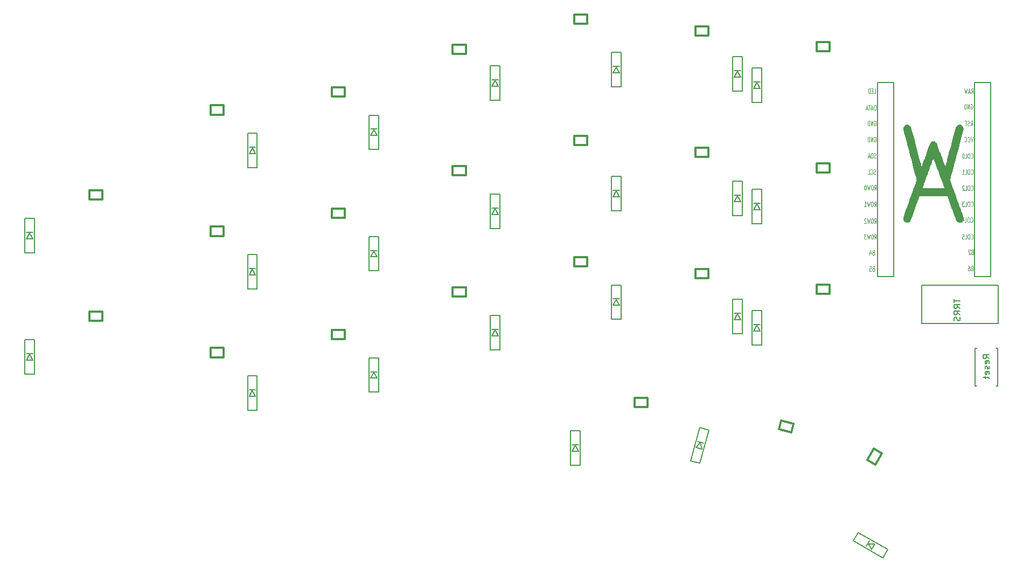
<source format=gbo>
%TF.GenerationSoftware,KiCad,Pcbnew,(6.0.0)*%
%TF.CreationDate,2022-01-01T14:12:31+04:00*%
%TF.ProjectId,Angel Wings FINAL,416e6765-6c20-4576-996e-67732046494e,rev?*%
%TF.SameCoordinates,Original*%
%TF.FileFunction,Legend,Bot*%
%TF.FilePolarity,Positive*%
%FSLAX46Y46*%
G04 Gerber Fmt 4.6, Leading zero omitted, Abs format (unit mm)*
G04 Created by KiCad (PCBNEW (6.0.0)) date 2022-01-01 14:12:31*
%MOMM*%
%LPD*%
G01*
G04 APERTURE LIST*
%ADD10C,0.150000*%
%ADD11C,0.125000*%
%ADD12C,0.300000*%
G04 APERTURE END LIST*
D10*
%TO.C,RSW1*%
X212832718Y-117330406D02*
X212356528Y-116997073D01*
X212832718Y-116758978D02*
X211832718Y-116758978D01*
X211832718Y-117139930D01*
X211880338Y-117235168D01*
X211927957Y-117282787D01*
X212023195Y-117330406D01*
X212166052Y-117330406D01*
X212261290Y-117282787D01*
X212308909Y-117235168D01*
X212356528Y-117139930D01*
X212356528Y-116758978D01*
X212785099Y-118139930D02*
X212832718Y-118044692D01*
X212832718Y-117854216D01*
X212785099Y-117758978D01*
X212689861Y-117711359D01*
X212308909Y-117711359D01*
X212213671Y-117758978D01*
X212166052Y-117854216D01*
X212166052Y-118044692D01*
X212213671Y-118139930D01*
X212308909Y-118187549D01*
X212404147Y-118187549D01*
X212499385Y-117711359D01*
X212785099Y-118568502D02*
X212832718Y-118663740D01*
X212832718Y-118854216D01*
X212785099Y-118949454D01*
X212689861Y-118997073D01*
X212642242Y-118997073D01*
X212547004Y-118949454D01*
X212499385Y-118854216D01*
X212499385Y-118711359D01*
X212451766Y-118616121D01*
X212356528Y-118568502D01*
X212308909Y-118568502D01*
X212213671Y-118616121D01*
X212166052Y-118711359D01*
X212166052Y-118854216D01*
X212213671Y-118949454D01*
X212785099Y-119806597D02*
X212832718Y-119711359D01*
X212832718Y-119520882D01*
X212785099Y-119425644D01*
X212689861Y-119378025D01*
X212308909Y-119378025D01*
X212213671Y-119425644D01*
X212166052Y-119520882D01*
X212166052Y-119711359D01*
X212213671Y-119806597D01*
X212308909Y-119854216D01*
X212404147Y-119854216D01*
X212499385Y-119378025D01*
X212166052Y-120139930D02*
X212166052Y-120520882D01*
X211832718Y-120282787D02*
X212689861Y-120282787D01*
X212785099Y-120330406D01*
X212832718Y-120425644D01*
X212832718Y-120520882D01*
D11*
%TO.C,U1*%
X194973230Y-78337872D02*
X194973230Y-77587872D01*
X194854182Y-77587872D01*
X194782753Y-77623587D01*
X194735134Y-77695015D01*
X194711325Y-77766444D01*
X194687515Y-77909301D01*
X194687515Y-78016444D01*
X194711325Y-78159301D01*
X194735134Y-78230729D01*
X194782753Y-78302158D01*
X194854182Y-78337872D01*
X194973230Y-78337872D01*
X194497039Y-78123587D02*
X194258944Y-78123587D01*
X194544658Y-78337872D02*
X194377991Y-77587872D01*
X194211325Y-78337872D01*
X194116087Y-77587872D02*
X193830372Y-77587872D01*
X193973230Y-78337872D02*
X193973230Y-77587872D01*
X193687515Y-78123587D02*
X193449420Y-78123587D01*
X193735134Y-78337872D02*
X193568468Y-77587872D01*
X193401801Y-78337872D01*
X209931682Y-77455587D02*
X209979301Y-77419872D01*
X210050730Y-77419872D01*
X210122158Y-77455587D01*
X210169777Y-77527015D01*
X210193587Y-77598444D01*
X210217396Y-77741301D01*
X210217396Y-77848444D01*
X210193587Y-77991301D01*
X210169777Y-78062729D01*
X210122158Y-78134158D01*
X210050730Y-78169872D01*
X210003110Y-78169872D01*
X209931682Y-78134158D01*
X209907872Y-78098444D01*
X209907872Y-77848444D01*
X210003110Y-77848444D01*
X209693587Y-78169872D02*
X209693587Y-77419872D01*
X209407872Y-78169872D01*
X209407872Y-77419872D01*
X209169777Y-78169872D02*
X209169777Y-77419872D01*
X209050730Y-77419872D01*
X208979301Y-77455587D01*
X208931682Y-77527015D01*
X208907872Y-77598444D01*
X208884063Y-77741301D01*
X208884063Y-77848444D01*
X208907872Y-77991301D01*
X208931682Y-78062729D01*
X208979301Y-78134158D01*
X209050730Y-78169872D01*
X209169777Y-78169872D01*
X210070610Y-103177015D02*
X209999182Y-103212729D01*
X209975372Y-103248444D01*
X209951563Y-103319872D01*
X209951563Y-103427015D01*
X209975372Y-103498444D01*
X209999182Y-103534158D01*
X210046801Y-103569872D01*
X210237277Y-103569872D01*
X210237277Y-102819872D01*
X210070610Y-102819872D01*
X210022991Y-102855587D01*
X209999182Y-102891301D01*
X209975372Y-102962729D01*
X209975372Y-103034158D01*
X209999182Y-103105587D01*
X210022991Y-103141301D01*
X210070610Y-103177015D01*
X210237277Y-103177015D01*
X209522991Y-102819872D02*
X209618230Y-102819872D01*
X209665849Y-102855587D01*
X209689658Y-102891301D01*
X209737277Y-102998444D01*
X209761087Y-103141301D01*
X209761087Y-103427015D01*
X209737277Y-103498444D01*
X209713468Y-103534158D01*
X209665849Y-103569872D01*
X209570610Y-103569872D01*
X209522991Y-103534158D01*
X209499182Y-103498444D01*
X209475372Y-103427015D01*
X209475372Y-103248444D01*
X209499182Y-103177015D01*
X209522991Y-103141301D01*
X209570610Y-103105587D01*
X209665849Y-103105587D01*
X209713468Y-103141301D01*
X209737277Y-103177015D01*
X209761087Y-103248444D01*
X209970849Y-98516444D02*
X209994658Y-98552158D01*
X210066087Y-98587872D01*
X210113706Y-98587872D01*
X210185134Y-98552158D01*
X210232753Y-98480729D01*
X210256563Y-98409301D01*
X210280372Y-98266444D01*
X210280372Y-98159301D01*
X210256563Y-98016444D01*
X210232753Y-97945015D01*
X210185134Y-97873587D01*
X210113706Y-97837872D01*
X210066087Y-97837872D01*
X209994658Y-97873587D01*
X209970849Y-97909301D01*
X209661325Y-97837872D02*
X209566087Y-97837872D01*
X209518468Y-97873587D01*
X209470849Y-97945015D01*
X209447039Y-98087872D01*
X209447039Y-98337872D01*
X209470849Y-98480729D01*
X209518468Y-98552158D01*
X209566087Y-98587872D01*
X209661325Y-98587872D01*
X209708944Y-98552158D01*
X209756563Y-98480729D01*
X209780372Y-98337872D01*
X209780372Y-98087872D01*
X209756563Y-97945015D01*
X209708944Y-97873587D01*
X209661325Y-97837872D01*
X208994658Y-98587872D02*
X209232753Y-98587872D01*
X209232753Y-97837872D01*
X208589896Y-97837872D02*
X208827991Y-97837872D01*
X208851801Y-98195015D01*
X208827991Y-98159301D01*
X208780372Y-98123587D01*
X208661325Y-98123587D01*
X208613706Y-98159301D01*
X208589896Y-98195015D01*
X208566087Y-98266444D01*
X208566087Y-98445015D01*
X208589896Y-98516444D01*
X208613706Y-98552158D01*
X208661325Y-98587872D01*
X208780372Y-98587872D01*
X208827991Y-98552158D01*
X208851801Y-98516444D01*
X210134110Y-100573515D02*
X210062682Y-100609229D01*
X210038872Y-100644944D01*
X210015063Y-100716372D01*
X210015063Y-100823515D01*
X210038872Y-100894944D01*
X210062682Y-100930658D01*
X210110301Y-100966372D01*
X210300777Y-100966372D01*
X210300777Y-100216372D01*
X210134110Y-100216372D01*
X210086491Y-100252087D01*
X210062682Y-100287801D01*
X210038872Y-100359229D01*
X210038872Y-100430658D01*
X210062682Y-100502087D01*
X210086491Y-100537801D01*
X210134110Y-100573515D01*
X210300777Y-100573515D01*
X209824587Y-100287801D02*
X209800777Y-100252087D01*
X209753158Y-100216372D01*
X209634110Y-100216372D01*
X209586491Y-100252087D01*
X209562682Y-100287801D01*
X209538872Y-100359229D01*
X209538872Y-100430658D01*
X209562682Y-100537801D01*
X209848396Y-100966372D01*
X209538872Y-100966372D01*
X209970849Y-88321944D02*
X209994658Y-88357658D01*
X210066087Y-88393372D01*
X210113706Y-88393372D01*
X210185134Y-88357658D01*
X210232753Y-88286229D01*
X210256563Y-88214801D01*
X210280372Y-88071944D01*
X210280372Y-87964801D01*
X210256563Y-87821944D01*
X210232753Y-87750515D01*
X210185134Y-87679087D01*
X210113706Y-87643372D01*
X210066087Y-87643372D01*
X209994658Y-87679087D01*
X209970849Y-87714801D01*
X209661325Y-87643372D02*
X209566087Y-87643372D01*
X209518468Y-87679087D01*
X209470849Y-87750515D01*
X209447039Y-87893372D01*
X209447039Y-88143372D01*
X209470849Y-88286229D01*
X209518468Y-88357658D01*
X209566087Y-88393372D01*
X209661325Y-88393372D01*
X209708944Y-88357658D01*
X209756563Y-88286229D01*
X209780372Y-88143372D01*
X209780372Y-87893372D01*
X209756563Y-87750515D01*
X209708944Y-87679087D01*
X209661325Y-87643372D01*
X208994658Y-88393372D02*
X209232753Y-88393372D01*
X209232753Y-87643372D01*
X208566087Y-88393372D02*
X208851801Y-88393372D01*
X208708944Y-88393372D02*
X208708944Y-87643372D01*
X208756563Y-87750515D01*
X208804182Y-87821944D01*
X208851801Y-87857658D01*
X194754182Y-96076872D02*
X194920849Y-95719729D01*
X195039896Y-96076872D02*
X195039896Y-95326872D01*
X194849420Y-95326872D01*
X194801801Y-95362587D01*
X194777991Y-95398301D01*
X194754182Y-95469729D01*
X194754182Y-95576872D01*
X194777991Y-95648301D01*
X194801801Y-95684015D01*
X194849420Y-95719729D01*
X195039896Y-95719729D01*
X194444658Y-95326872D02*
X194349420Y-95326872D01*
X194301801Y-95362587D01*
X194254182Y-95434015D01*
X194230372Y-95576872D01*
X194230372Y-95826872D01*
X194254182Y-95969729D01*
X194301801Y-96041158D01*
X194349420Y-96076872D01*
X194444658Y-96076872D01*
X194492277Y-96041158D01*
X194539896Y-95969729D01*
X194563706Y-95826872D01*
X194563706Y-95576872D01*
X194539896Y-95434015D01*
X194492277Y-95362587D01*
X194444658Y-95326872D01*
X194063706Y-95326872D02*
X193944658Y-96076872D01*
X193849420Y-95541158D01*
X193754182Y-96076872D01*
X193635134Y-95326872D01*
X193468468Y-95398301D02*
X193444658Y-95362587D01*
X193397039Y-95326872D01*
X193277991Y-95326872D01*
X193230372Y-95362587D01*
X193206563Y-95398301D01*
X193182753Y-95469729D01*
X193182753Y-95541158D01*
X193206563Y-95648301D01*
X193492277Y-96076872D01*
X193182753Y-96076872D01*
X194754182Y-98587872D02*
X194920849Y-98230729D01*
X195039896Y-98587872D02*
X195039896Y-97837872D01*
X194849420Y-97837872D01*
X194801801Y-97873587D01*
X194777991Y-97909301D01*
X194754182Y-97980729D01*
X194754182Y-98087872D01*
X194777991Y-98159301D01*
X194801801Y-98195015D01*
X194849420Y-98230729D01*
X195039896Y-98230729D01*
X194444658Y-97837872D02*
X194349420Y-97837872D01*
X194301801Y-97873587D01*
X194254182Y-97945015D01*
X194230372Y-98087872D01*
X194230372Y-98337872D01*
X194254182Y-98480729D01*
X194301801Y-98552158D01*
X194349420Y-98587872D01*
X194444658Y-98587872D01*
X194492277Y-98552158D01*
X194539896Y-98480729D01*
X194563706Y-98337872D01*
X194563706Y-98087872D01*
X194539896Y-97945015D01*
X194492277Y-97873587D01*
X194444658Y-97837872D01*
X194063706Y-97837872D02*
X193944658Y-98587872D01*
X193849420Y-98052158D01*
X193754182Y-98587872D01*
X193635134Y-97837872D01*
X193492277Y-97837872D02*
X193182753Y-97837872D01*
X193349420Y-98123587D01*
X193277991Y-98123587D01*
X193230372Y-98159301D01*
X193206563Y-98195015D01*
X193182753Y-98266444D01*
X193182753Y-98445015D01*
X193206563Y-98516444D01*
X193230372Y-98552158D01*
X193277991Y-98587872D01*
X193420849Y-98587872D01*
X193468468Y-98552158D01*
X193492277Y-98516444D01*
X209970849Y-90866444D02*
X209994658Y-90902158D01*
X210066087Y-90937872D01*
X210113706Y-90937872D01*
X210185134Y-90902158D01*
X210232753Y-90830729D01*
X210256563Y-90759301D01*
X210280372Y-90616444D01*
X210280372Y-90509301D01*
X210256563Y-90366444D01*
X210232753Y-90295015D01*
X210185134Y-90223587D01*
X210113706Y-90187872D01*
X210066087Y-90187872D01*
X209994658Y-90223587D01*
X209970849Y-90259301D01*
X209661325Y-90187872D02*
X209566087Y-90187872D01*
X209518468Y-90223587D01*
X209470849Y-90295015D01*
X209447039Y-90437872D01*
X209447039Y-90687872D01*
X209470849Y-90830729D01*
X209518468Y-90902158D01*
X209566087Y-90937872D01*
X209661325Y-90937872D01*
X209708944Y-90902158D01*
X209756563Y-90830729D01*
X209780372Y-90687872D01*
X209780372Y-90437872D01*
X209756563Y-90295015D01*
X209708944Y-90223587D01*
X209661325Y-90187872D01*
X208994658Y-90937872D02*
X209232753Y-90937872D01*
X209232753Y-90187872D01*
X208851801Y-90259301D02*
X208827991Y-90223587D01*
X208780372Y-90187872D01*
X208661325Y-90187872D01*
X208613706Y-90223587D01*
X208589896Y-90259301D01*
X208566087Y-90330729D01*
X208566087Y-90402158D01*
X208589896Y-90509301D01*
X208875610Y-90937872D01*
X208566087Y-90937872D01*
X194754182Y-90869872D02*
X194920849Y-90512729D01*
X195039896Y-90869872D02*
X195039896Y-90119872D01*
X194849420Y-90119872D01*
X194801801Y-90155587D01*
X194777991Y-90191301D01*
X194754182Y-90262729D01*
X194754182Y-90369872D01*
X194777991Y-90441301D01*
X194801801Y-90477015D01*
X194849420Y-90512729D01*
X195039896Y-90512729D01*
X194444658Y-90119872D02*
X194349420Y-90119872D01*
X194301801Y-90155587D01*
X194254182Y-90227015D01*
X194230372Y-90369872D01*
X194230372Y-90619872D01*
X194254182Y-90762729D01*
X194301801Y-90834158D01*
X194349420Y-90869872D01*
X194444658Y-90869872D01*
X194492277Y-90834158D01*
X194539896Y-90762729D01*
X194563706Y-90619872D01*
X194563706Y-90369872D01*
X194539896Y-90227015D01*
X194492277Y-90155587D01*
X194444658Y-90119872D01*
X194063706Y-90119872D02*
X193944658Y-90869872D01*
X193849420Y-90334158D01*
X193754182Y-90869872D01*
X193635134Y-90119872D01*
X193349420Y-90119872D02*
X193301801Y-90119872D01*
X193254182Y-90155587D01*
X193230372Y-90191301D01*
X193206563Y-90262729D01*
X193182753Y-90405587D01*
X193182753Y-90584158D01*
X193206563Y-90727015D01*
X193230372Y-90798444D01*
X193254182Y-90834158D01*
X193301801Y-90869872D01*
X193349420Y-90869872D01*
X193397039Y-90834158D01*
X193420849Y-90798444D01*
X193444658Y-90727015D01*
X193468468Y-90584158D01*
X193468468Y-90405587D01*
X193444658Y-90262729D01*
X193420849Y-90191301D01*
X193397039Y-90155587D01*
X193349420Y-90119872D01*
X209959468Y-75693372D02*
X210126134Y-75336229D01*
X210245182Y-75693372D02*
X210245182Y-74943372D01*
X210054706Y-74943372D01*
X210007087Y-74979087D01*
X209983277Y-75014801D01*
X209959468Y-75086229D01*
X209959468Y-75193372D01*
X209983277Y-75264801D01*
X210007087Y-75300515D01*
X210054706Y-75336229D01*
X210245182Y-75336229D01*
X209768991Y-75479087D02*
X209530896Y-75479087D01*
X209816610Y-75693372D02*
X209649944Y-74943372D01*
X209483277Y-75693372D01*
X209364230Y-74943372D02*
X209245182Y-75693372D01*
X209149944Y-75157658D01*
X209054706Y-75693372D01*
X208935658Y-74943372D01*
X194695658Y-75693372D02*
X194933753Y-75693372D01*
X194933753Y-74943372D01*
X194528991Y-75300515D02*
X194362325Y-75300515D01*
X194290896Y-75693372D02*
X194528991Y-75693372D01*
X194528991Y-74943372D01*
X194290896Y-74943372D01*
X194076610Y-75693372D02*
X194076610Y-74943372D01*
X193957563Y-74943372D01*
X193886134Y-74979087D01*
X193838515Y-75050515D01*
X193814706Y-75121944D01*
X193790896Y-75264801D01*
X193790896Y-75371944D01*
X193814706Y-75514801D01*
X193838515Y-75586229D01*
X193886134Y-75657658D01*
X193957563Y-75693372D01*
X194076610Y-75693372D01*
X194755182Y-82599087D02*
X194802801Y-82563372D01*
X194874230Y-82563372D01*
X194945658Y-82599087D01*
X194993277Y-82670515D01*
X195017087Y-82741944D01*
X195040896Y-82884801D01*
X195040896Y-82991944D01*
X195017087Y-83134801D01*
X194993277Y-83206229D01*
X194945658Y-83277658D01*
X194874230Y-83313372D01*
X194826610Y-83313372D01*
X194755182Y-83277658D01*
X194731372Y-83241944D01*
X194731372Y-82991944D01*
X194826610Y-82991944D01*
X194517087Y-83313372D02*
X194517087Y-82563372D01*
X194231372Y-83313372D01*
X194231372Y-82563372D01*
X193993277Y-83313372D02*
X193993277Y-82563372D01*
X193874230Y-82563372D01*
X193802801Y-82599087D01*
X193755182Y-82670515D01*
X193731372Y-82741944D01*
X193707563Y-82884801D01*
X193707563Y-82991944D01*
X193731372Y-83134801D01*
X193755182Y-83206229D01*
X193802801Y-83277658D01*
X193874230Y-83313372D01*
X193993277Y-83313372D01*
X194969468Y-88357658D02*
X194898039Y-88393372D01*
X194778991Y-88393372D01*
X194731372Y-88357658D01*
X194707563Y-88321944D01*
X194683753Y-88250515D01*
X194683753Y-88179087D01*
X194707563Y-88107658D01*
X194731372Y-88071944D01*
X194778991Y-88036229D01*
X194874230Y-88000515D01*
X194921849Y-87964801D01*
X194945658Y-87929087D01*
X194969468Y-87857658D01*
X194969468Y-87786229D01*
X194945658Y-87714801D01*
X194921849Y-87679087D01*
X194874230Y-87643372D01*
X194755182Y-87643372D01*
X194683753Y-87679087D01*
X194183753Y-88321944D02*
X194207563Y-88357658D01*
X194278991Y-88393372D01*
X194326610Y-88393372D01*
X194398039Y-88357658D01*
X194445658Y-88286229D01*
X194469468Y-88214801D01*
X194493277Y-88071944D01*
X194493277Y-87964801D01*
X194469468Y-87821944D01*
X194445658Y-87750515D01*
X194398039Y-87679087D01*
X194326610Y-87643372D01*
X194278991Y-87643372D01*
X194207563Y-87679087D01*
X194183753Y-87714801D01*
X193731372Y-88393372D02*
X193969468Y-88393372D01*
X193969468Y-87643372D01*
X194754182Y-93473372D02*
X194920849Y-93116229D01*
X195039896Y-93473372D02*
X195039896Y-92723372D01*
X194849420Y-92723372D01*
X194801801Y-92759087D01*
X194777991Y-92794801D01*
X194754182Y-92866229D01*
X194754182Y-92973372D01*
X194777991Y-93044801D01*
X194801801Y-93080515D01*
X194849420Y-93116229D01*
X195039896Y-93116229D01*
X194444658Y-92723372D02*
X194349420Y-92723372D01*
X194301801Y-92759087D01*
X194254182Y-92830515D01*
X194230372Y-92973372D01*
X194230372Y-93223372D01*
X194254182Y-93366229D01*
X194301801Y-93437658D01*
X194349420Y-93473372D01*
X194444658Y-93473372D01*
X194492277Y-93437658D01*
X194539896Y-93366229D01*
X194563706Y-93223372D01*
X194563706Y-92973372D01*
X194539896Y-92830515D01*
X194492277Y-92759087D01*
X194444658Y-92723372D01*
X194063706Y-92723372D02*
X193944658Y-93473372D01*
X193849420Y-92937658D01*
X193754182Y-93473372D01*
X193635134Y-92723372D01*
X193182753Y-93473372D02*
X193468468Y-93473372D01*
X193325610Y-93473372D02*
X193325610Y-92723372D01*
X193373230Y-92830515D01*
X193420849Y-92901944D01*
X193468468Y-92937658D01*
D10*
D11*
X209888039Y-80773372D02*
X210054706Y-80416229D01*
X210173753Y-80773372D02*
X210173753Y-80023372D01*
X209983277Y-80023372D01*
X209935658Y-80059087D01*
X209911849Y-80094801D01*
X209888039Y-80166229D01*
X209888039Y-80273372D01*
X209911849Y-80344801D01*
X209935658Y-80380515D01*
X209983277Y-80416229D01*
X210173753Y-80416229D01*
X209697563Y-80737658D02*
X209626134Y-80773372D01*
X209507087Y-80773372D01*
X209459468Y-80737658D01*
X209435658Y-80701944D01*
X209411849Y-80630515D01*
X209411849Y-80559087D01*
X209435658Y-80487658D01*
X209459468Y-80451944D01*
X209507087Y-80416229D01*
X209602325Y-80380515D01*
X209649944Y-80344801D01*
X209673753Y-80309087D01*
X209697563Y-80237658D01*
X209697563Y-80166229D01*
X209673753Y-80094801D01*
X209649944Y-80059087D01*
X209602325Y-80023372D01*
X209483277Y-80023372D01*
X209411849Y-80059087D01*
X209268991Y-80023372D02*
X208983277Y-80023372D01*
X209126134Y-80773372D02*
X209126134Y-80023372D01*
X194576610Y-103240515D02*
X194505182Y-103276229D01*
X194481372Y-103311944D01*
X194457563Y-103383372D01*
X194457563Y-103490515D01*
X194481372Y-103561944D01*
X194505182Y-103597658D01*
X194552801Y-103633372D01*
X194743277Y-103633372D01*
X194743277Y-102883372D01*
X194576610Y-102883372D01*
X194528991Y-102919087D01*
X194505182Y-102954801D01*
X194481372Y-103026229D01*
X194481372Y-103097658D01*
X194505182Y-103169087D01*
X194528991Y-103204801D01*
X194576610Y-103240515D01*
X194743277Y-103240515D01*
X194005182Y-102883372D02*
X194243277Y-102883372D01*
X194267087Y-103240515D01*
X194243277Y-103204801D01*
X194195658Y-103169087D01*
X194076610Y-103169087D01*
X194028991Y-103204801D01*
X194005182Y-103240515D01*
X193981372Y-103311944D01*
X193981372Y-103490515D01*
X194005182Y-103561944D01*
X194028991Y-103597658D01*
X194076610Y-103633372D01*
X194195658Y-103633372D01*
X194243277Y-103597658D01*
X194267087Y-103561944D01*
X209970849Y-85816444D02*
X209994658Y-85852158D01*
X210066087Y-85887872D01*
X210113706Y-85887872D01*
X210185134Y-85852158D01*
X210232753Y-85780729D01*
X210256563Y-85709301D01*
X210280372Y-85566444D01*
X210280372Y-85459301D01*
X210256563Y-85316444D01*
X210232753Y-85245015D01*
X210185134Y-85173587D01*
X210113706Y-85137872D01*
X210066087Y-85137872D01*
X209994658Y-85173587D01*
X209970849Y-85209301D01*
X209661325Y-85137872D02*
X209566087Y-85137872D01*
X209518468Y-85173587D01*
X209470849Y-85245015D01*
X209447039Y-85387872D01*
X209447039Y-85637872D01*
X209470849Y-85780729D01*
X209518468Y-85852158D01*
X209566087Y-85887872D01*
X209661325Y-85887872D01*
X209708944Y-85852158D01*
X209756563Y-85780729D01*
X209780372Y-85637872D01*
X209780372Y-85387872D01*
X209756563Y-85245015D01*
X209708944Y-85173587D01*
X209661325Y-85137872D01*
X208994658Y-85887872D02*
X209232753Y-85887872D01*
X209232753Y-85137872D01*
X208732753Y-85137872D02*
X208685134Y-85137872D01*
X208637515Y-85173587D01*
X208613706Y-85209301D01*
X208589896Y-85280729D01*
X208566087Y-85423587D01*
X208566087Y-85602158D01*
X208589896Y-85745015D01*
X208613706Y-85816444D01*
X208637515Y-85852158D01*
X208685134Y-85887872D01*
X208732753Y-85887872D01*
X208780372Y-85852158D01*
X208804182Y-85816444D01*
X208827991Y-85745015D01*
X208851801Y-85602158D01*
X208851801Y-85423587D01*
X208827991Y-85280729D01*
X208804182Y-85209301D01*
X208780372Y-85173587D01*
X208732753Y-85137872D01*
X194981372Y-85817658D02*
X194909944Y-85853372D01*
X194790896Y-85853372D01*
X194743277Y-85817658D01*
X194719468Y-85781944D01*
X194695658Y-85710515D01*
X194695658Y-85639087D01*
X194719468Y-85567658D01*
X194743277Y-85531944D01*
X194790896Y-85496229D01*
X194886134Y-85460515D01*
X194933753Y-85424801D01*
X194957563Y-85389087D01*
X194981372Y-85317658D01*
X194981372Y-85246229D01*
X194957563Y-85174801D01*
X194933753Y-85139087D01*
X194886134Y-85103372D01*
X194767087Y-85103372D01*
X194695658Y-85139087D01*
X194481372Y-85853372D02*
X194481372Y-85103372D01*
X194362325Y-85103372D01*
X194290896Y-85139087D01*
X194243277Y-85210515D01*
X194219468Y-85281944D01*
X194195658Y-85424801D01*
X194195658Y-85531944D01*
X194219468Y-85674801D01*
X194243277Y-85746229D01*
X194290896Y-85817658D01*
X194362325Y-85853372D01*
X194481372Y-85853372D01*
X194005182Y-85639087D02*
X193767087Y-85639087D01*
X194052801Y-85853372D02*
X193886134Y-85103372D01*
X193719468Y-85853372D01*
X194755182Y-80059087D02*
X194802801Y-80023372D01*
X194874230Y-80023372D01*
X194945658Y-80059087D01*
X194993277Y-80130515D01*
X195017087Y-80201944D01*
X195040896Y-80344801D01*
X195040896Y-80451944D01*
X195017087Y-80594801D01*
X194993277Y-80666229D01*
X194945658Y-80737658D01*
X194874230Y-80773372D01*
X194826610Y-80773372D01*
X194755182Y-80737658D01*
X194731372Y-80701944D01*
X194731372Y-80451944D01*
X194826610Y-80451944D01*
X194517087Y-80773372D02*
X194517087Y-80023372D01*
X194231372Y-80773372D01*
X194231372Y-80023372D01*
X193993277Y-80773372D02*
X193993277Y-80023372D01*
X193874230Y-80023372D01*
X193802801Y-80059087D01*
X193755182Y-80130515D01*
X193731372Y-80201944D01*
X193707563Y-80344801D01*
X193707563Y-80451944D01*
X193731372Y-80594801D01*
X193755182Y-80666229D01*
X193802801Y-80737658D01*
X193874230Y-80773372D01*
X193993277Y-80773372D01*
X209970849Y-93366444D02*
X209994658Y-93402158D01*
X210066087Y-93437872D01*
X210113706Y-93437872D01*
X210185134Y-93402158D01*
X210232753Y-93330729D01*
X210256563Y-93259301D01*
X210280372Y-93116444D01*
X210280372Y-93009301D01*
X210256563Y-92866444D01*
X210232753Y-92795015D01*
X210185134Y-92723587D01*
X210113706Y-92687872D01*
X210066087Y-92687872D01*
X209994658Y-92723587D01*
X209970849Y-92759301D01*
X209661325Y-92687872D02*
X209566087Y-92687872D01*
X209518468Y-92723587D01*
X209470849Y-92795015D01*
X209447039Y-92937872D01*
X209447039Y-93187872D01*
X209470849Y-93330729D01*
X209518468Y-93402158D01*
X209566087Y-93437872D01*
X209661325Y-93437872D01*
X209708944Y-93402158D01*
X209756563Y-93330729D01*
X209780372Y-93187872D01*
X209780372Y-92937872D01*
X209756563Y-92795015D01*
X209708944Y-92723587D01*
X209661325Y-92687872D01*
X208994658Y-93437872D02*
X209232753Y-93437872D01*
X209232753Y-92687872D01*
X208875610Y-92687872D02*
X208566087Y-92687872D01*
X208732753Y-92973587D01*
X208661325Y-92973587D01*
X208613706Y-93009301D01*
X208589896Y-93045015D01*
X208566087Y-93116444D01*
X208566087Y-93295015D01*
X208589896Y-93366444D01*
X208613706Y-93402158D01*
X208661325Y-93437872D01*
X208804182Y-93437872D01*
X208851801Y-93402158D01*
X208875610Y-93366444D01*
X194576610Y-100700515D02*
X194505182Y-100736229D01*
X194481372Y-100771944D01*
X194457563Y-100843372D01*
X194457563Y-100950515D01*
X194481372Y-101021944D01*
X194505182Y-101057658D01*
X194552801Y-101093372D01*
X194743277Y-101093372D01*
X194743277Y-100343372D01*
X194576610Y-100343372D01*
X194528991Y-100379087D01*
X194505182Y-100414801D01*
X194481372Y-100486229D01*
X194481372Y-100557658D01*
X194505182Y-100629087D01*
X194528991Y-100664801D01*
X194576610Y-100700515D01*
X194743277Y-100700515D01*
X194028991Y-100593372D02*
X194028991Y-101093372D01*
X194148039Y-100307658D02*
X194267087Y-100843372D01*
X193957563Y-100843372D01*
X209920849Y-95878444D02*
X209944658Y-95914158D01*
X210016087Y-95949872D01*
X210063706Y-95949872D01*
X210135134Y-95914158D01*
X210182753Y-95842729D01*
X210206563Y-95771301D01*
X210230372Y-95628444D01*
X210230372Y-95521301D01*
X210206563Y-95378444D01*
X210182753Y-95307015D01*
X210135134Y-95235587D01*
X210063706Y-95199872D01*
X210016087Y-95199872D01*
X209944658Y-95235587D01*
X209920849Y-95271301D01*
X209611325Y-95199872D02*
X209516087Y-95199872D01*
X209468468Y-95235587D01*
X209420849Y-95307015D01*
X209397039Y-95449872D01*
X209397039Y-95699872D01*
X209420849Y-95842729D01*
X209468468Y-95914158D01*
X209516087Y-95949872D01*
X209611325Y-95949872D01*
X209658944Y-95914158D01*
X209706563Y-95842729D01*
X209730372Y-95699872D01*
X209730372Y-95449872D01*
X209706563Y-95307015D01*
X209658944Y-95235587D01*
X209611325Y-95199872D01*
X208944658Y-95949872D02*
X209182753Y-95949872D01*
X209182753Y-95199872D01*
X208563706Y-95449872D02*
X208563706Y-95949872D01*
X208682753Y-95164158D02*
X208801801Y-95699872D01*
X208492277Y-95699872D01*
X210217396Y-82563372D02*
X210050730Y-83313372D01*
X209884063Y-82563372D01*
X209431682Y-83241944D02*
X209455491Y-83277658D01*
X209526920Y-83313372D01*
X209574539Y-83313372D01*
X209645968Y-83277658D01*
X209693587Y-83206229D01*
X209717396Y-83134801D01*
X209741206Y-82991944D01*
X209741206Y-82884801D01*
X209717396Y-82741944D01*
X209693587Y-82670515D01*
X209645968Y-82599087D01*
X209574539Y-82563372D01*
X209526920Y-82563372D01*
X209455491Y-82599087D01*
X209431682Y-82634801D01*
X208931682Y-83241944D02*
X208955491Y-83277658D01*
X209026920Y-83313372D01*
X209074539Y-83313372D01*
X209145968Y-83277658D01*
X209193587Y-83206229D01*
X209217396Y-83134801D01*
X209241206Y-82991944D01*
X209241206Y-82884801D01*
X209217396Y-82741944D01*
X209193587Y-82670515D01*
X209145968Y-82599087D01*
X209074539Y-82563372D01*
X209026920Y-82563372D01*
X208955491Y-82599087D01*
X208931682Y-82634801D01*
D10*
%TO.C,J1*%
X207249607Y-107993181D02*
X207249607Y-108564609D01*
X208249607Y-108278895D02*
X207249607Y-108278895D01*
X208249607Y-109469371D02*
X207773417Y-109136038D01*
X208249607Y-108897943D02*
X207249607Y-108897943D01*
X207249607Y-109278895D01*
X207297227Y-109374133D01*
X207344846Y-109421752D01*
X207440084Y-109469371D01*
X207582941Y-109469371D01*
X207678179Y-109421752D01*
X207725798Y-109374133D01*
X207773417Y-109278895D01*
X207773417Y-108897943D01*
X208249607Y-110469371D02*
X207773417Y-110136038D01*
X208249607Y-109897943D02*
X207249607Y-109897943D01*
X207249607Y-110278895D01*
X207297227Y-110374133D01*
X207344846Y-110421752D01*
X207440084Y-110469371D01*
X207582941Y-110469371D01*
X207678179Y-110421752D01*
X207725798Y-110374133D01*
X207773417Y-110278895D01*
X207773417Y-109897943D01*
X208201988Y-110850324D02*
X208249607Y-110993181D01*
X208249607Y-111231276D01*
X208201988Y-111326514D01*
X208154369Y-111374133D01*
X208059131Y-111421752D01*
X207963893Y-111421752D01*
X207868655Y-111374133D01*
X207821036Y-111326514D01*
X207773417Y-111231276D01*
X207725798Y-111040800D01*
X207678179Y-110945562D01*
X207630560Y-110897943D01*
X207535322Y-110850324D01*
X207440084Y-110850324D01*
X207344846Y-110897943D01*
X207297227Y-110945562D01*
X207249607Y-111040800D01*
X207249607Y-111278895D01*
X207297227Y-111421752D01*
D12*
%TO.C,L12*%
X147559999Y-64750001D02*
X147559999Y-63300001D01*
X149609999Y-64750001D02*
X147559999Y-64750001D01*
X147559999Y-63300001D02*
X149609999Y-63300001D01*
X149609999Y-63300001D02*
X149609999Y-64750001D01*
D10*
%TO.C,D10*%
X135880336Y-96905497D02*
X135880336Y-91505497D01*
X134380336Y-91505497D02*
X134380336Y-96905497D01*
X135630336Y-94705497D02*
X134630336Y-94705497D01*
X135630336Y-93705497D02*
X134630336Y-93705497D01*
X135880336Y-91505497D02*
X134380336Y-91505497D01*
X134380336Y-96905497D02*
X135880336Y-96905497D01*
X135130336Y-93805497D02*
X135630336Y-94705497D01*
X134630336Y-94705497D02*
X135130336Y-93805497D01*
D12*
%TO.C,L22*%
X185660001Y-105770000D02*
X187710001Y-105770000D01*
X187710001Y-107220000D02*
X185660001Y-107220000D01*
X185660001Y-107220000D02*
X185660001Y-105770000D01*
X187710001Y-105770000D02*
X187710001Y-107220000D01*
%TO.C,L18*%
X168659997Y-103299997D02*
X168659997Y-104749997D01*
X166609997Y-103299997D02*
X168659997Y-103299997D01*
X168659997Y-104749997D02*
X166609997Y-104749997D01*
X166609997Y-104749997D02*
X166609997Y-103299997D01*
D10*
%TO.C,D2*%
X61510330Y-117567499D02*
X62010330Y-116667499D01*
X61260330Y-119767499D02*
X62760330Y-119767499D01*
X62760330Y-114367499D02*
X61260330Y-114367499D01*
X61260330Y-114367499D02*
X61260330Y-119767499D01*
X62010330Y-116667499D02*
X62510330Y-117567499D01*
X62760330Y-119767499D02*
X62760330Y-114367499D01*
X62510330Y-116567499D02*
X61510330Y-116567499D01*
X62510330Y-117567499D02*
X61510330Y-117567499D01*
D12*
%TO.C,L9*%
X130555002Y-68059996D02*
X130555002Y-69509996D01*
X128505002Y-69509996D02*
X128505002Y-68059996D01*
X130555002Y-69509996D02*
X128505002Y-69509996D01*
X128505002Y-68059996D02*
X130555002Y-68059996D01*
D10*
%TO.C,D15*%
X147750342Y-130995503D02*
X148250342Y-131895503D01*
X148500342Y-128695503D02*
X147000342Y-128695503D01*
X148500342Y-134095503D02*
X148500342Y-128695503D01*
X147000342Y-134095503D02*
X148500342Y-134095503D01*
X147000342Y-128695503D02*
X147000342Y-134095503D01*
X148250342Y-131895503D02*
X147250342Y-131895503D01*
X148250342Y-130895503D02*
X147250342Y-130895503D01*
X147250342Y-131895503D02*
X147750342Y-130995503D01*
D12*
%TO.C,L6*%
X111510006Y-76179927D02*
X109460006Y-76179927D01*
X109460006Y-74729927D02*
X111510006Y-74729927D01*
X109460006Y-76179927D02*
X109460006Y-74729927D01*
X111510006Y-74729927D02*
X111510006Y-76179927D01*
D10*
%TO.C,D11*%
X135130336Y-112855496D02*
X135630336Y-113755496D01*
X135880336Y-115955496D02*
X135880336Y-110555496D01*
X134630336Y-113755496D02*
X135130336Y-112855496D01*
X134380336Y-115955496D02*
X135880336Y-115955496D01*
X135630336Y-112755496D02*
X134630336Y-112755496D01*
X135880336Y-110555496D02*
X134380336Y-110555496D01*
X135630336Y-113755496D02*
X134630336Y-113755496D01*
X134380336Y-110555496D02*
X134380336Y-115955496D01*
D12*
%TO.C,L19*%
X180114167Y-127050504D02*
X182094315Y-127581083D01*
X181719027Y-128981675D02*
X179738879Y-128451096D01*
X179738879Y-128451096D02*
X180114167Y-127050504D01*
X182094315Y-127581083D02*
X181719027Y-128981675D01*
D10*
%TO.C,D17*%
X173740331Y-92710335D02*
X172740331Y-92710335D01*
X173990331Y-94910335D02*
X173990331Y-89510335D01*
X172490331Y-94910335D02*
X173990331Y-94910335D01*
X172740331Y-92710335D02*
X173240331Y-91810335D01*
X173990331Y-89510335D02*
X172490331Y-89510335D01*
X172490331Y-89510335D02*
X172490331Y-94910335D01*
X173740331Y-91710335D02*
X172740331Y-91710335D01*
X173240331Y-91810335D02*
X173740331Y-92710335D01*
%TO.C,D5*%
X97760340Y-120069997D02*
X96260340Y-120069997D01*
X97010340Y-122369997D02*
X97510340Y-123269997D01*
X96260340Y-120069997D02*
X96260340Y-125469997D01*
X96510340Y-123269997D02*
X97010340Y-122369997D01*
X97510340Y-122269997D02*
X96510340Y-122269997D01*
X97760340Y-125469997D02*
X97760340Y-120069997D01*
X96260340Y-125469997D02*
X97760340Y-125469997D01*
X97510340Y-123269997D02*
X96510340Y-123269997D01*
D12*
%TO.C,L20*%
X187710003Y-69119998D02*
X185660003Y-69119998D01*
X185660003Y-69119998D02*
X185660003Y-67669998D01*
X185660003Y-67669998D02*
X187710003Y-67669998D01*
X187710003Y-67669998D02*
X187710003Y-69119998D01*
D10*
%TO.C,D1*%
X62750332Y-95320000D02*
X61250332Y-95320000D01*
X62500332Y-97520000D02*
X61500332Y-97520000D01*
X62750332Y-100720000D02*
X62750332Y-95320000D01*
X61250332Y-100720000D02*
X62750332Y-100720000D01*
X61250332Y-95320000D02*
X61250332Y-100720000D01*
X62500332Y-98520000D02*
X61500332Y-98520000D01*
X62000332Y-97620000D02*
X62500332Y-98520000D01*
X61500332Y-98520000D02*
X62000332Y-97620000D01*
%TO.C,D12*%
X154690339Y-71495499D02*
X153690339Y-71495499D01*
X153690339Y-72495499D02*
X154190339Y-71595499D01*
X153440339Y-74695499D02*
X154940339Y-74695499D01*
X154940339Y-74695499D02*
X154940339Y-69295499D01*
X154690339Y-72495499D02*
X153690339Y-72495499D01*
X154940339Y-69295499D02*
X153440339Y-69295499D01*
X154190339Y-71595499D02*
X154690339Y-72495499D01*
X153440339Y-69295499D02*
X153440339Y-74695499D01*
D12*
%TO.C,L5*%
X90410001Y-115689994D02*
X92460001Y-115689994D01*
X92460001Y-117139994D02*
X90410001Y-117139994D01*
X92460001Y-115689994D02*
X92460001Y-117139994D01*
X90410001Y-117139994D02*
X90410001Y-115689994D01*
D10*
%TO.C,D7*%
X115590339Y-101379994D02*
X116090339Y-100479994D01*
X115340339Y-98179994D02*
X115340339Y-103579994D01*
X116590339Y-100379994D02*
X115590339Y-100379994D01*
X115340339Y-103579994D02*
X116840339Y-103579994D01*
X116840339Y-103579994D02*
X116840339Y-98179994D01*
X116590339Y-101379994D02*
X115590339Y-101379994D01*
X116840339Y-98179994D02*
X115340339Y-98179994D01*
X116090339Y-100479994D02*
X116590339Y-101379994D01*
%TO.C,D8*%
X115340333Y-117229994D02*
X115340333Y-122629994D01*
X116840333Y-117229994D02*
X115340333Y-117229994D01*
X115340333Y-122629994D02*
X116840333Y-122629994D01*
X115590333Y-120429994D02*
X116090333Y-119529994D01*
X116840333Y-122629994D02*
X116840333Y-117229994D01*
X116590333Y-120429994D02*
X115590333Y-120429994D01*
X116590333Y-119429994D02*
X115590333Y-119429994D01*
X116090333Y-119529994D02*
X116590333Y-120429994D01*
D12*
%TO.C,L7*%
X111509997Y-93779997D02*
X111509997Y-95229997D01*
X109459997Y-93779997D02*
X111509997Y-93779997D01*
X109459997Y-95229997D02*
X109459997Y-93779997D01*
X111509997Y-95229997D02*
X109459997Y-95229997D01*
D10*
%TO.C,D20*%
X177040333Y-77130501D02*
X177040333Y-71730501D01*
X176790333Y-73930501D02*
X175790333Y-73930501D01*
X177040333Y-71730501D02*
X175540333Y-71730501D01*
X175790333Y-74930501D02*
X176290333Y-74030501D01*
X176790333Y-74930501D02*
X175790333Y-74930501D01*
X176290333Y-74030501D02*
X176790333Y-74930501D01*
X175540333Y-77130501D02*
X177040333Y-77130501D01*
X175540333Y-71730501D02*
X175540333Y-77130501D01*
D12*
%TO.C,L2*%
X73409998Y-111419995D02*
X71359998Y-111419995D01*
X71359998Y-111419995D02*
X71359998Y-109969995D01*
X73409998Y-109969995D02*
X73409998Y-111419995D01*
X71359998Y-109969995D02*
X73409998Y-109969995D01*
%TO.C,L4*%
X92460004Y-98089997D02*
X90410004Y-98089997D01*
X90410004Y-96639997D02*
X92460004Y-96639997D01*
X90410004Y-98089997D02*
X90410004Y-96639997D01*
X92460004Y-96639997D02*
X92460004Y-98089997D01*
D10*
%TO.C,D23*%
X196129515Y-148659238D02*
X196879515Y-147360200D01*
X194349259Y-147342732D02*
X193819836Y-146459719D01*
X194849259Y-146476706D02*
X194349259Y-147342732D01*
X191452977Y-145959238D02*
X196129515Y-148659238D01*
X196879515Y-147360200D02*
X192202977Y-144660200D01*
X192202977Y-144660200D02*
X191452977Y-145959238D01*
X193819836Y-146459719D02*
X194849259Y-146476706D01*
X193983233Y-145976706D02*
X193483233Y-146842732D01*
D12*
%TO.C,L8*%
X109459999Y-114279996D02*
X109459999Y-112829996D01*
X111509999Y-114279996D02*
X109459999Y-114279996D01*
X111509999Y-112829996D02*
X111509999Y-114279996D01*
X109459999Y-112829996D02*
X111509999Y-112829996D01*
%TO.C,L15*%
X157080003Y-123489997D02*
X159130003Y-123489997D01*
X159130003Y-123489997D02*
X159130003Y-124939997D01*
X157080003Y-124939997D02*
X157080003Y-123489997D01*
X159130003Y-124939997D02*
X157080003Y-124939997D01*
D10*
%TO.C,RSW1*%
X214130338Y-121695502D02*
X213880338Y-121695502D01*
X210630338Y-121695502D02*
X210630338Y-115695502D01*
X213880338Y-115695502D02*
X214130338Y-115695502D01*
X210630338Y-115695502D02*
X210880338Y-115695502D01*
X214130338Y-115695502D02*
X214130338Y-121695502D01*
X210880338Y-121695502D02*
X210630338Y-121695502D01*
%TO.C,D3*%
X97770335Y-87375502D02*
X97770335Y-81975502D01*
X97520335Y-84175502D02*
X96520335Y-84175502D01*
X96270335Y-81975502D02*
X96270335Y-87375502D01*
X96270335Y-87375502D02*
X97770335Y-87375502D01*
X97520335Y-85175502D02*
X96520335Y-85175502D01*
X97770335Y-81975502D02*
X96270335Y-81975502D01*
X97020335Y-84275502D02*
X97520335Y-85175502D01*
X96520335Y-85175502D02*
X97020335Y-84275502D01*
D12*
%TO.C,L11*%
X128504996Y-107609997D02*
X128504996Y-106159997D01*
X130554996Y-107609997D02*
X128504996Y-107609997D01*
X130554996Y-106159997D02*
X130554996Y-107609997D01*
X128504996Y-106159997D02*
X130554996Y-106159997D01*
%TO.C,L1*%
X71360003Y-90919999D02*
X73410003Y-90919999D01*
X73410003Y-90919999D02*
X73410003Y-92369999D01*
X73410003Y-92369999D02*
X71360003Y-92369999D01*
X71360003Y-92369999D02*
X71360003Y-90919999D01*
%TO.C,L23*%
X194947110Y-134001798D02*
X193691373Y-133276798D01*
X193691373Y-133276798D02*
X194716373Y-131501446D01*
X195972110Y-132226446D02*
X194947110Y-134001798D01*
X194716373Y-131501446D02*
X195972110Y-132226446D01*
D10*
%TO.C,D9*%
X135670339Y-73575502D02*
X134670339Y-73575502D01*
X134420339Y-76775502D02*
X135920339Y-76775502D01*
X134420339Y-71375502D02*
X134420339Y-76775502D01*
X135170339Y-73675502D02*
X135670339Y-74575502D01*
X135920339Y-71375502D02*
X134420339Y-71375502D01*
X135920339Y-76775502D02*
X135920339Y-71375502D01*
X135670339Y-74575502D02*
X134670339Y-74575502D01*
X134670339Y-74575502D02*
X135170339Y-73675502D01*
%TO.C,D13*%
X153440334Y-94130499D02*
X154940334Y-94130499D01*
X154690334Y-90930499D02*
X153690334Y-90930499D01*
X154690334Y-91930499D02*
X153690334Y-91930499D01*
X154190334Y-91030499D02*
X154690334Y-91930499D01*
X154940334Y-94130499D02*
X154940334Y-88730499D01*
X154940334Y-88730499D02*
X153440334Y-88730499D01*
X153440334Y-88730499D02*
X153440334Y-94130499D01*
X153690334Y-91930499D02*
X154190334Y-91030499D01*
D12*
%TO.C,L10*%
X128505000Y-87109996D02*
X130555000Y-87109996D01*
X128505000Y-88559996D02*
X128505000Y-87109996D01*
X130555000Y-88559996D02*
X128505000Y-88559996D01*
X130555000Y-87109996D02*
X130555000Y-88559996D01*
D10*
%TO.C,D6*%
X116090334Y-81419996D02*
X116590334Y-82319996D01*
X116590334Y-81319996D02*
X115590334Y-81319996D01*
X116840334Y-84519996D02*
X116840334Y-79119996D01*
X116590334Y-82319996D02*
X115590334Y-82319996D01*
X115340334Y-79119996D02*
X115340334Y-84519996D01*
X115590334Y-82319996D02*
X116090334Y-81419996D01*
X116840334Y-79119996D02*
X115340334Y-79119996D01*
X115340334Y-84519996D02*
X116840334Y-84519996D01*
D12*
%TO.C,L14*%
X149610001Y-102849996D02*
X147560001Y-102849996D01*
X147560001Y-102849996D02*
X147560001Y-101399996D01*
X147560001Y-101399996D02*
X149610001Y-101399996D01*
X149610001Y-101399996D02*
X149610001Y-102849996D01*
D10*
%TO.C,D4*%
X97760340Y-101019994D02*
X96260340Y-101019994D01*
X97010340Y-103319994D02*
X97510340Y-104219994D01*
X96510340Y-104219994D02*
X97010340Y-103319994D01*
X97510340Y-104219994D02*
X96510340Y-104219994D01*
X96260340Y-106419994D02*
X97760340Y-106419994D01*
X97510340Y-103219994D02*
X96510340Y-103219994D01*
X96260340Y-101019994D02*
X96260340Y-106419994D01*
X97760340Y-106419994D02*
X97760340Y-101019994D01*
D12*
%TO.C,L21*%
X187709997Y-88169994D02*
X185659997Y-88169994D01*
X185659997Y-88169994D02*
X185659997Y-86719994D01*
X185659997Y-86719994D02*
X187709997Y-86719994D01*
X187709997Y-86719994D02*
X187709997Y-88169994D01*
%TO.C,*%
G36*
X201082479Y-90284769D02*
G01*
X201171039Y-90038558D01*
X201248293Y-89823007D01*
X201313179Y-89641066D01*
X201364636Y-89495685D01*
X201401602Y-89389814D01*
X201423015Y-89326404D01*
X201428239Y-89308317D01*
X201421760Y-89279972D01*
X201402790Y-89205207D01*
X201372031Y-89086661D01*
X201330184Y-88926971D01*
X201277949Y-88728776D01*
X201216029Y-88494714D01*
X201145122Y-88227422D01*
X201065932Y-87929538D01*
X200979158Y-87603701D01*
X200885502Y-87252549D01*
X200785666Y-86878719D01*
X200680349Y-86484849D01*
X200570253Y-86073578D01*
X200456079Y-85647543D01*
X200381724Y-85370337D01*
X200262968Y-84927086D01*
X200148132Y-84497170D01*
X200037909Y-84083235D01*
X199932989Y-83687928D01*
X199834065Y-83313897D01*
X199741829Y-82963790D01*
X199656971Y-82640252D01*
X199580184Y-82345933D01*
X199512159Y-82083478D01*
X199453588Y-81855536D01*
X199405163Y-81664753D01*
X199367575Y-81513778D01*
X199341515Y-81405257D01*
X199327677Y-81341837D01*
X199325569Y-81328055D01*
X199334941Y-81139309D01*
X199388638Y-80972384D01*
X199484636Y-80830990D01*
X199620912Y-80718839D01*
X199674018Y-80689060D01*
X199837719Y-80631835D01*
X200000975Y-80622766D01*
X200157512Y-80659545D01*
X200301053Y-80739864D01*
X200425322Y-80861415D01*
X200512038Y-80997252D01*
X200524406Y-81033108D01*
X200548959Y-81114974D01*
X200584850Y-81239759D01*
X200631231Y-81404372D01*
X200687256Y-81605725D01*
X200752077Y-81840725D01*
X200824846Y-82106283D01*
X200904717Y-82399309D01*
X200990842Y-82716711D01*
X201082374Y-83055401D01*
X201178465Y-83412286D01*
X201278268Y-83784278D01*
X201362442Y-84099011D01*
X201464253Y-84480039D01*
X201562632Y-84847848D01*
X201656766Y-85199408D01*
X201745838Y-85531693D01*
X201829034Y-85841674D01*
X201905539Y-86126324D01*
X201974538Y-86382614D01*
X202035216Y-86607518D01*
X202086757Y-86798006D01*
X202128347Y-86951051D01*
X202159170Y-87063625D01*
X202178412Y-87132700D01*
X202185041Y-87154924D01*
X202195971Y-87145154D01*
X202220702Y-87094917D01*
X202259578Y-87003316D01*
X202312943Y-86869453D01*
X202381142Y-86692430D01*
X202464519Y-86471349D01*
X202563417Y-86205313D01*
X202678183Y-85893424D01*
X202809159Y-85534783D01*
X202861955Y-85389624D01*
X202968658Y-85097003D01*
X203071710Y-84816402D01*
X203169616Y-84551774D01*
X203260877Y-84307070D01*
X203343999Y-84086245D01*
X203417485Y-83893250D01*
X203479838Y-83732039D01*
X203529562Y-83606564D01*
X203565160Y-83520778D01*
X203585138Y-83478633D01*
X203585724Y-83477705D01*
X203648185Y-83400759D01*
X203728575Y-83324912D01*
X203761180Y-83299905D01*
X203825528Y-83258696D01*
X203883783Y-83235393D01*
X203954915Y-83225047D01*
X204057138Y-83222711D01*
X204159870Y-83225081D01*
X204230867Y-83235490D01*
X204289102Y-83258887D01*
X204353097Y-83299905D01*
X204433254Y-83367482D01*
X204506363Y-83447185D01*
X204528553Y-83477705D01*
X204547673Y-83517461D01*
X204582493Y-83601064D01*
X204631516Y-83724563D01*
X204693246Y-83884005D01*
X204766186Y-84075437D01*
X204848842Y-84294906D01*
X204939715Y-84538459D01*
X205037310Y-84802145D01*
X205140131Y-85082009D01*
X205246680Y-85374100D01*
X205252322Y-85389624D01*
X205389098Y-85765019D01*
X205509549Y-86093391D01*
X205614043Y-86375697D01*
X205702946Y-86612895D01*
X205776627Y-86805942D01*
X205835451Y-86955795D01*
X205879786Y-87063410D01*
X205910000Y-87129745D01*
X205926458Y-87155757D01*
X205929342Y-87154924D01*
X205938161Y-87124972D01*
X205959226Y-87048955D01*
X205991723Y-86929903D01*
X206034839Y-86770844D01*
X206087760Y-86574806D01*
X206149672Y-86344818D01*
X206219762Y-86083908D01*
X206297216Y-85795106D01*
X206381221Y-85481438D01*
X206470962Y-85145935D01*
X206565626Y-84791624D01*
X206664399Y-84421534D01*
X206750394Y-84099011D01*
X206852352Y-83717070D01*
X206951247Y-83347808D01*
X207046239Y-82994307D01*
X207136486Y-82659646D01*
X207221145Y-82346906D01*
X207299377Y-82059168D01*
X207370339Y-81799511D01*
X207433190Y-81571018D01*
X207487088Y-81376767D01*
X207531192Y-81219840D01*
X207564661Y-81103317D01*
X207586652Y-81030279D01*
X207595556Y-81004948D01*
X207699436Y-80847951D01*
X207827358Y-80730251D01*
X207973218Y-80654129D01*
X208130914Y-80621867D01*
X208294342Y-80635749D01*
X208440259Y-80689061D01*
X208589300Y-80790816D01*
X208698728Y-80923036D01*
X208766524Y-81082020D01*
X208790670Y-81264069D01*
X208788751Y-81328055D01*
X208781130Y-81368552D01*
X208760943Y-81455459D01*
X208728878Y-81586147D01*
X208685621Y-81757986D01*
X208631861Y-81968346D01*
X208568283Y-82214597D01*
X208495575Y-82494108D01*
X208414424Y-82804251D01*
X208325518Y-83142394D01*
X208229544Y-83505909D01*
X208127188Y-83892164D01*
X208019138Y-84298530D01*
X207906080Y-84722377D01*
X207788704Y-85161075D01*
X207732596Y-85370317D01*
X207616190Y-85804362D01*
X207503416Y-86225320D01*
X207394977Y-86630552D01*
X207291572Y-87017422D01*
X207193903Y-87383291D01*
X207102671Y-87725521D01*
X207018576Y-88041474D01*
X206942321Y-88328512D01*
X206874607Y-88583997D01*
X206816133Y-88805291D01*
X206767602Y-88989756D01*
X206729714Y-89134755D01*
X206703170Y-89237649D01*
X206688672Y-89295799D01*
X206686039Y-89308298D01*
X206694583Y-89336539D01*
X206719507Y-89409542D01*
X206759751Y-89524356D01*
X206814252Y-89678032D01*
X206881948Y-89867619D01*
X206961780Y-90090167D01*
X207052684Y-90342727D01*
X207153600Y-90622347D01*
X207263466Y-90926079D01*
X207381221Y-91250971D01*
X207505802Y-91594074D01*
X207636149Y-91952437D01*
X207741152Y-92240691D01*
X207903555Y-92686322D01*
X208049372Y-93086851D01*
X208179438Y-93444898D01*
X208294590Y-93763080D01*
X208395664Y-94044015D01*
X208483493Y-94290321D01*
X208558915Y-94504617D01*
X208622766Y-94689521D01*
X208675879Y-94847650D01*
X208719092Y-94981624D01*
X208753240Y-95094059D01*
X208779159Y-95187575D01*
X208797683Y-95264790D01*
X208809650Y-95328320D01*
X208815894Y-95380786D01*
X208817251Y-95424804D01*
X208814557Y-95462994D01*
X208808647Y-95497972D01*
X208800357Y-95532358D01*
X208796438Y-95546992D01*
X208732075Y-95694501D01*
X208629587Y-95822573D01*
X208499117Y-95923326D01*
X208350805Y-95988874D01*
X208199134Y-96011362D01*
X208028620Y-95987037D01*
X207875654Y-95916023D01*
X207743003Y-95800239D01*
X207633438Y-95641599D01*
X207616035Y-95607940D01*
X207598163Y-95565479D01*
X207564533Y-95479234D01*
X207516626Y-95353201D01*
X207455925Y-95191380D01*
X207383912Y-94997770D01*
X207302069Y-94776369D01*
X207211880Y-94531178D01*
X207114825Y-94266194D01*
X207012388Y-93985416D01*
X206906050Y-93692844D01*
X206901812Y-93681161D01*
X206245380Y-91871411D01*
X201868897Y-91871411D01*
X201212465Y-93681161D01*
X201106004Y-93974115D01*
X201003386Y-94255431D01*
X200906092Y-94521111D01*
X200815604Y-94767156D01*
X200733406Y-94989567D01*
X200660978Y-95184345D01*
X200599805Y-95347491D01*
X200551367Y-95475005D01*
X200517148Y-95562890D01*
X200498629Y-95607147D01*
X200498242Y-95607940D01*
X200394690Y-95771765D01*
X200268722Y-95894750D01*
X200125411Y-95974902D01*
X199969829Y-96010229D01*
X199807048Y-95998738D01*
X199648618Y-95941761D01*
X199509971Y-95846430D01*
X199399008Y-95719922D01*
X199326248Y-95574789D01*
X199317839Y-95546992D01*
X199308811Y-95512088D01*
X199301818Y-95477672D01*
X199297695Y-95441125D01*
X199297278Y-95399830D01*
X199301404Y-95351169D01*
X199310907Y-95292523D01*
X199326623Y-95221274D01*
X199349388Y-95134804D01*
X199380038Y-95030496D01*
X199419408Y-94905730D01*
X199468334Y-94757889D01*
X199527651Y-94584354D01*
X199598195Y-94382508D01*
X199680802Y-94149732D01*
X199776307Y-93883409D01*
X199885546Y-93580919D01*
X200009355Y-93239645D01*
X200148569Y-92856969D01*
X200304025Y-92430272D01*
X200373125Y-92240691D01*
X200507232Y-91872472D01*
X200636403Y-91517212D01*
X200759574Y-91177862D01*
X200875685Y-90857371D01*
X200975115Y-90582361D01*
X202342925Y-90582361D01*
X202367586Y-90585580D01*
X202438913Y-90588629D01*
X202552770Y-90591460D01*
X202705024Y-90594029D01*
X202891539Y-90596289D01*
X203108182Y-90598195D01*
X203350817Y-90599700D01*
X203615310Y-90600759D01*
X203897527Y-90601325D01*
X204060101Y-90601411D01*
X204397573Y-90601355D01*
X204687765Y-90601127D01*
X204934194Y-90600634D01*
X205140381Y-90599786D01*
X205309843Y-90598490D01*
X205446101Y-90596655D01*
X205552673Y-90594188D01*
X205633078Y-90590999D01*
X205690836Y-90586995D01*
X205729465Y-90582084D01*
X205752484Y-90576175D01*
X205763412Y-90569177D01*
X205765769Y-90560996D01*
X205764986Y-90556961D01*
X205754514Y-90526764D01*
X205727902Y-90452470D01*
X205686462Y-90337688D01*
X205631508Y-90186027D01*
X205564351Y-90001097D01*
X205486305Y-89786509D01*
X205398681Y-89545871D01*
X205302792Y-89282795D01*
X205199951Y-89000889D01*
X205091471Y-88703764D01*
X205028469Y-88531311D01*
X204914225Y-88218597D01*
X204802556Y-87912816D01*
X204695047Y-87618312D01*
X204593281Y-87339428D01*
X204498843Y-87080509D01*
X204413317Y-86845901D01*
X204338286Y-86639946D01*
X204275334Y-86466990D01*
X204226047Y-86331377D01*
X204192007Y-86237450D01*
X204183272Y-86213239D01*
X204139452Y-86093138D01*
X204101753Y-85992897D01*
X204073392Y-85920838D01*
X204057587Y-85885283D01*
X204055571Y-85883039D01*
X204046093Y-85907365D01*
X204020544Y-85975882D01*
X203980225Y-86085045D01*
X203926435Y-86231307D01*
X203860473Y-86411123D01*
X203783639Y-86620945D01*
X203697230Y-86857227D01*
X203602547Y-87116423D01*
X203500888Y-87394986D01*
X203393553Y-87689370D01*
X203336660Y-87845511D01*
X203222892Y-88157758D01*
X203111224Y-88464131D01*
X203003301Y-88760122D01*
X202900768Y-89041224D01*
X202805271Y-89302930D01*
X202718454Y-89540733D01*
X202641964Y-89750126D01*
X202577443Y-89926602D01*
X202526539Y-90065653D01*
X202490896Y-90162774D01*
X202483701Y-90182311D01*
X202436010Y-90312736D01*
X202395219Y-90426367D01*
X202364321Y-90514702D01*
X202346309Y-90569235D01*
X202342925Y-90582361D01*
X200975115Y-90582361D01*
X200983673Y-90558690D01*
X201082479Y-90284769D01*
G37*
D10*
%TO.C,D14*%
X154690334Y-107989995D02*
X153690334Y-107989995D01*
X154190334Y-108089995D02*
X154690334Y-108989995D01*
X153440334Y-105789995D02*
X153440334Y-111189995D01*
X154690334Y-108989995D02*
X153690334Y-108989995D01*
X154940334Y-111189995D02*
X154940334Y-105789995D01*
X154940334Y-105789995D02*
X153440334Y-105789995D01*
X153440334Y-111189995D02*
X154940334Y-111189995D01*
X153690334Y-108989995D02*
X154190334Y-108089995D01*
%TO.C,D21*%
X175540331Y-90780501D02*
X175540331Y-96180501D01*
X176790331Y-93980501D02*
X175790331Y-93980501D01*
X177040331Y-90780501D02*
X175540331Y-90780501D01*
X175790331Y-93980501D02*
X176290331Y-93080501D01*
X176790331Y-92980501D02*
X175790331Y-92980501D01*
X177040331Y-96180501D02*
X177040331Y-90780501D01*
X175540331Y-96180501D02*
X177040331Y-96180501D01*
X176290331Y-93080501D02*
X176790331Y-93980501D01*
%TO.C,D16*%
X173740335Y-72145499D02*
X172740335Y-72145499D01*
X173740335Y-73145499D02*
X172740335Y-73145499D01*
X172490335Y-69945499D02*
X172490335Y-75345499D01*
X172740335Y-73145499D02*
X173240335Y-72245499D01*
X173240335Y-72245499D02*
X173740335Y-73145499D01*
X173990335Y-69945499D02*
X172490335Y-69945499D01*
X173990335Y-75345499D02*
X173990335Y-69945499D01*
X172490335Y-75345499D02*
X173990335Y-75345499D01*
%TO.C,D18*%
X173740338Y-111245499D02*
X172740338Y-111245499D01*
X172490338Y-113445499D02*
X173990338Y-113445499D01*
X173740338Y-110245499D02*
X172740338Y-110245499D01*
X173990338Y-113445499D02*
X173990338Y-108045499D01*
X172740338Y-111245499D02*
X173240338Y-110345499D01*
X172490338Y-108045499D02*
X172490338Y-113445499D01*
X173990338Y-108045499D02*
X172490338Y-108045499D01*
X173240338Y-110345499D02*
X173740338Y-111245499D01*
D12*
%TO.C,L17*%
X168659995Y-84249995D02*
X168659995Y-85699995D01*
X166609995Y-85699995D02*
X166609995Y-84249995D01*
X168659995Y-85699995D02*
X166609995Y-85699995D01*
X166609995Y-84249995D02*
X168659995Y-84249995D01*
%TO.C,L13*%
X149610005Y-82350001D02*
X149610005Y-83800001D01*
X149610005Y-83800001D02*
X147560005Y-83800001D01*
X147560005Y-83800001D02*
X147560005Y-82350001D01*
X147560005Y-82350001D02*
X149610005Y-82350001D01*
D10*
%TO.C,D19*%
X167693146Y-131592006D02*
X166727221Y-131333187D01*
X167443121Y-130593264D02*
X167693146Y-131592006D01*
X168762849Y-128565749D02*
X167313960Y-128177520D01*
X167365226Y-133781748D02*
X168762849Y-128565749D01*
X167951965Y-130626081D02*
X166986040Y-130367262D01*
X166727221Y-131333187D02*
X167443121Y-130593264D01*
X167313960Y-128177520D02*
X165916337Y-133393519D01*
X165916337Y-133393519D02*
X167365226Y-133781748D01*
%TO.C,U1*%
X210503230Y-74020587D02*
X213043230Y-74020587D01*
X213043230Y-104500587D02*
X210503230Y-104500587D01*
X210503230Y-104500587D02*
X210503230Y-74020587D01*
X195263230Y-104500587D02*
X195263230Y-74020587D01*
X195263230Y-74020587D02*
X197803230Y-74020587D01*
X197803230Y-104500587D02*
X195263230Y-104500587D01*
X197803230Y-74020587D02*
X197803230Y-104500587D01*
X213043230Y-74020587D02*
X213043230Y-104500587D01*
%TO.C,J1*%
X202210727Y-111830586D02*
X202210727Y-105830586D01*
X214210727Y-105830586D02*
X214210727Y-111830586D01*
X214210727Y-111830586D02*
X202210727Y-111830586D01*
X202210727Y-105830586D02*
X214210727Y-105830586D01*
D12*
%TO.C,L16*%
X168659999Y-65199996D02*
X168659999Y-66649996D01*
X166609999Y-66649996D02*
X166609999Y-65199996D01*
X166609999Y-65199996D02*
X168659999Y-65199996D01*
X168659999Y-66649996D02*
X166609999Y-66649996D01*
D10*
%TO.C,D22*%
X175540330Y-109830505D02*
X175540330Y-115230505D01*
X176290330Y-112130505D02*
X176790330Y-113030505D01*
X175540330Y-115230505D02*
X177040330Y-115230505D01*
X177040330Y-109830505D02*
X175540330Y-109830505D01*
X175790330Y-113030505D02*
X176290330Y-112130505D01*
X176790330Y-113030505D02*
X175790330Y-113030505D01*
X176790330Y-112030505D02*
X175790330Y-112030505D01*
X177040330Y-115230505D02*
X177040330Y-109830505D01*
D12*
%TO.C,L3*%
X92459997Y-77589995D02*
X92459997Y-79039995D01*
X90409997Y-79039995D02*
X90409997Y-77589995D01*
X90409997Y-77589995D02*
X92459997Y-77589995D01*
X92459997Y-79039995D02*
X90409997Y-79039995D01*
%TD*%
M02*

</source>
